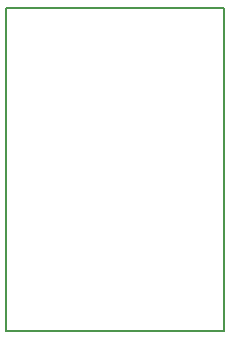
<source format=gbr>
G04 #@! TF.FileFunction,Profile,NP*
%FSLAX46Y46*%
G04 Gerber Fmt 4.6, Leading zero omitted, Abs format (unit mm)*
G04 Created by KiCad (PCBNEW 4.0.2-4+6225~38~ubuntu14.04.1-stable) date Wed 13 Apr 2016 10:12:00 PM PDT*
%MOMM*%
G01*
G04 APERTURE LIST*
%ADD10C,0.100000*%
%ADD11C,0.150000*%
G04 APERTURE END LIST*
D10*
D11*
X127635000Y-97790000D02*
X130175000Y-97790000D01*
X127635000Y-125095000D02*
X127635000Y-97790000D01*
X130175000Y-125095000D02*
X127635000Y-125095000D01*
X146050000Y-125095000D02*
X130175000Y-125095000D01*
X146050000Y-97790000D02*
X146050000Y-125095000D01*
X130175000Y-97790000D02*
X146050000Y-97790000D01*
M02*

</source>
